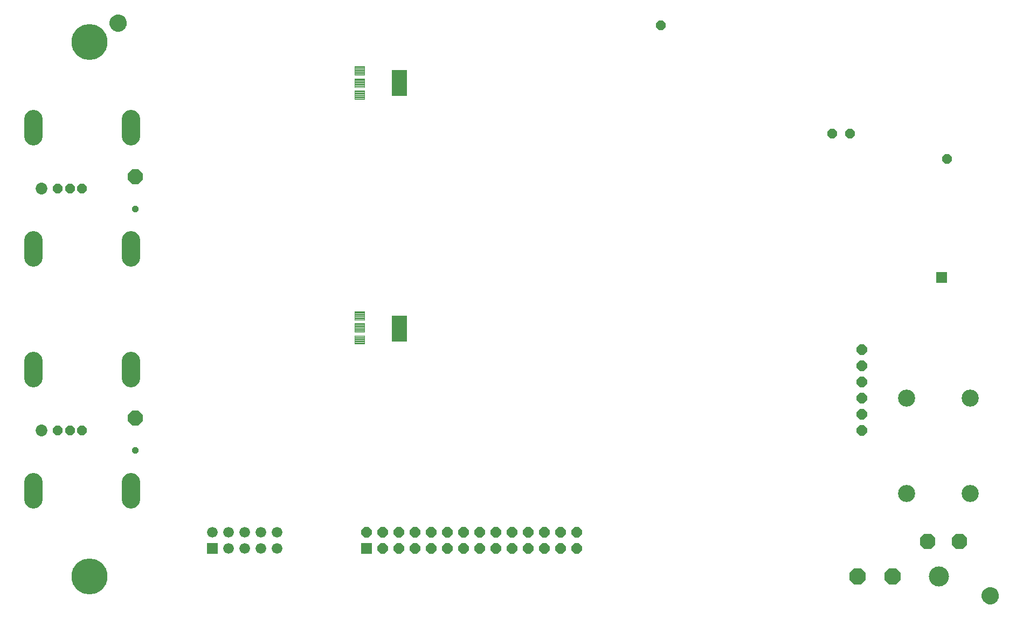
<source format=gbs>
G75*
%MOIN*%
%OFA0B0*%
%FSLAX25Y25*%
%IPPOS*%
%LPD*%
%AMOC8*
5,1,8,0,0,1.08239X$1,22.5*
%
%ADD10R,0.06500X0.06500*%
%ADD11R,0.09500X0.16000*%
%ADD12C,0.13198*%
%ADD13OC8,0.10293*%
%ADD14C,0.12411*%
%ADD15C,0.00500*%
%ADD16OC8,0.09655*%
%ADD17C,0.10600*%
%ADD18OC8,0.05915*%
%ADD19OC8,0.09200*%
%ADD20OC8,0.04143*%
%ADD21C,0.11238*%
%ADD22OC8,0.06506*%
%ADD23R,0.06506X0.06506*%
%ADD24R,0.06600X0.06600*%
%ADD25C,0.06600*%
%ADD26C,0.07293*%
%ADD27C,0.00457*%
%ADD28C,0.22254*%
D10*
X0757457Y0237533D03*
D11*
X0422207Y0205783D03*
X0422207Y0357783D03*
D12*
X0230514Y0383146D03*
X0230514Y0052437D03*
D13*
X0705554Y0052437D03*
X0727207Y0052437D03*
D14*
X0755948Y0052437D03*
D15*
X0782903Y0042336D02*
X0783271Y0043126D01*
X0783771Y0043840D01*
X0784387Y0044456D01*
X0785101Y0044956D01*
X0785891Y0045324D01*
X0786733Y0045550D01*
X0787601Y0045626D01*
X0788469Y0045550D01*
X0789311Y0045324D01*
X0790101Y0044956D01*
X0790815Y0044456D01*
X0791431Y0043840D01*
X0791931Y0043126D01*
X0792300Y0042336D01*
X0792525Y0041494D01*
X0792601Y0040626D01*
X0792525Y0039758D01*
X0792300Y0038916D01*
X0791931Y0038126D01*
X0791431Y0037412D01*
X0790815Y0036796D01*
X0790101Y0036296D01*
X0789311Y0035928D01*
X0788469Y0035702D01*
X0787601Y0035626D01*
X0786733Y0035702D01*
X0785891Y0035928D01*
X0785101Y0036296D01*
X0784387Y0036796D01*
X0783771Y0037412D01*
X0783271Y0038126D01*
X0782903Y0038916D01*
X0782677Y0039758D01*
X0782601Y0040626D01*
X0782677Y0041494D01*
X0782903Y0042336D01*
X0782879Y0042249D02*
X0792323Y0042249D01*
X0792456Y0041751D02*
X0782746Y0041751D01*
X0782656Y0041252D02*
X0792546Y0041252D01*
X0792590Y0040754D02*
X0782612Y0040754D01*
X0782633Y0040255D02*
X0792569Y0040255D01*
X0792525Y0039757D02*
X0782677Y0039757D01*
X0782811Y0039258D02*
X0792391Y0039258D01*
X0792227Y0038760D02*
X0782975Y0038760D01*
X0783208Y0038261D02*
X0791994Y0038261D01*
X0791677Y0037763D02*
X0783525Y0037763D01*
X0783919Y0037264D02*
X0791283Y0037264D01*
X0790772Y0036766D02*
X0784430Y0036766D01*
X0785163Y0036267D02*
X0790039Y0036267D01*
X0788718Y0035769D02*
X0786484Y0035769D01*
X0783095Y0042748D02*
X0792108Y0042748D01*
X0791847Y0043246D02*
X0783355Y0043246D01*
X0783704Y0043745D02*
X0791498Y0043745D01*
X0791028Y0044243D02*
X0784174Y0044243D01*
X0784795Y0044742D02*
X0790407Y0044742D01*
X0789492Y0045240D02*
X0785710Y0045240D01*
X0252561Y0392457D02*
X0252061Y0391743D01*
X0251445Y0391126D01*
X0250731Y0390627D01*
X0249941Y0390258D01*
X0249099Y0390033D01*
X0248231Y0389957D01*
X0247363Y0390033D01*
X0246521Y0390258D01*
X0245731Y0390627D01*
X0245017Y0391126D01*
X0244401Y0391743D01*
X0243901Y0392457D01*
X0243533Y0393247D01*
X0243307Y0394088D01*
X0243231Y0394957D01*
X0243307Y0395825D01*
X0243533Y0396667D01*
X0243901Y0397457D01*
X0244401Y0398171D01*
X0245017Y0398787D01*
X0245731Y0399287D01*
X0246521Y0399655D01*
X0247363Y0399881D01*
X0248231Y0399957D01*
X0249099Y0399881D01*
X0249941Y0399655D01*
X0250731Y0399287D01*
X0251445Y0398787D01*
X0252061Y0398171D01*
X0252561Y0397457D01*
X0252929Y0396667D01*
X0253155Y0395825D01*
X0253231Y0394957D01*
X0253155Y0394088D01*
X0252929Y0393247D01*
X0252561Y0392457D01*
X0252676Y0392703D02*
X0243786Y0392703D01*
X0243554Y0393201D02*
X0252908Y0393201D01*
X0253051Y0393700D02*
X0243411Y0393700D01*
X0243297Y0394198D02*
X0253165Y0394198D01*
X0253208Y0394697D02*
X0243254Y0394697D01*
X0243252Y0395195D02*
X0253210Y0395195D01*
X0253166Y0395694D02*
X0243295Y0395694D01*
X0243405Y0396192D02*
X0253057Y0396192D01*
X0252918Y0396691D02*
X0243544Y0396691D01*
X0243776Y0397189D02*
X0252686Y0397189D01*
X0252399Y0397688D02*
X0244063Y0397688D01*
X0244416Y0398186D02*
X0252046Y0398186D01*
X0251547Y0398685D02*
X0244915Y0398685D01*
X0245583Y0399183D02*
X0250879Y0399183D01*
X0249841Y0399682D02*
X0246620Y0399682D01*
X0244078Y0392204D02*
X0252384Y0392204D01*
X0252024Y0391706D02*
X0244438Y0391706D01*
X0244936Y0391207D02*
X0251526Y0391207D01*
X0250848Y0390709D02*
X0245614Y0390709D01*
X0246700Y0390210D02*
X0249762Y0390210D01*
D16*
X0748861Y0074091D03*
X0768546Y0074091D03*
D17*
X0775142Y0104006D03*
X0735772Y0104006D03*
X0735772Y0163061D03*
X0775142Y0163061D03*
D18*
X0760957Y0310783D03*
X0700957Y0326533D03*
X0689957Y0326533D03*
X0583957Y0393533D03*
X0225987Y0292594D03*
X0218487Y0292594D03*
X0210987Y0292594D03*
X0210987Y0142988D03*
X0218487Y0142988D03*
X0225987Y0142988D03*
D19*
X0258957Y0150533D03*
X0258957Y0299783D03*
D20*
X0258957Y0279783D03*
X0258957Y0130533D03*
D21*
X0195869Y0110906D02*
X0195869Y0100268D01*
X0256105Y0100268D02*
X0256105Y0110906D01*
X0256105Y0175268D02*
X0256105Y0185906D01*
X0195869Y0185906D02*
X0195869Y0175268D01*
X0195869Y0249874D02*
X0195869Y0260512D01*
X0256105Y0260512D02*
X0256105Y0249874D01*
X0256105Y0324874D02*
X0256105Y0335512D01*
X0195869Y0335512D02*
X0195869Y0324874D01*
D22*
X0401853Y0079996D03*
X0411853Y0079996D03*
X0421853Y0079996D03*
X0431853Y0079996D03*
X0441853Y0079996D03*
X0451853Y0079996D03*
X0461853Y0079996D03*
X0471853Y0079996D03*
X0481853Y0079996D03*
X0491853Y0079996D03*
X0501853Y0079996D03*
X0511853Y0079996D03*
X0521853Y0079996D03*
X0531853Y0079996D03*
X0531853Y0069996D03*
X0521853Y0069996D03*
X0511853Y0069996D03*
X0501853Y0069996D03*
X0491853Y0069996D03*
X0481853Y0069996D03*
X0471853Y0069996D03*
X0461853Y0069996D03*
X0451853Y0069996D03*
X0441853Y0069996D03*
X0431853Y0069996D03*
X0421853Y0069996D03*
X0411853Y0069996D03*
X0708207Y0142783D03*
X0708207Y0152783D03*
X0708207Y0162783D03*
X0708207Y0172783D03*
X0708207Y0182783D03*
X0708207Y0192783D03*
D23*
X0401853Y0069996D03*
D24*
X0306656Y0069996D03*
D25*
X0316656Y0069996D03*
X0326656Y0069996D03*
X0336656Y0069996D03*
X0346656Y0069996D03*
X0346656Y0079996D03*
X0336656Y0079996D03*
X0326656Y0079996D03*
X0316656Y0079996D03*
X0306656Y0079996D03*
D26*
X0200987Y0142988D03*
X0200987Y0292594D03*
D27*
X0394432Y0347922D02*
X0394432Y0353184D01*
X0400482Y0353184D01*
X0400482Y0347922D01*
X0394432Y0347922D01*
X0394432Y0348378D02*
X0400482Y0348378D01*
X0400482Y0348834D02*
X0394432Y0348834D01*
X0394432Y0349290D02*
X0400482Y0349290D01*
X0400482Y0349746D02*
X0394432Y0349746D01*
X0394432Y0350202D02*
X0400482Y0350202D01*
X0400482Y0350658D02*
X0394432Y0350658D01*
X0394432Y0351114D02*
X0400482Y0351114D01*
X0400482Y0351570D02*
X0394432Y0351570D01*
X0394432Y0352026D02*
X0400482Y0352026D01*
X0400482Y0352482D02*
X0394432Y0352482D01*
X0394432Y0352938D02*
X0400482Y0352938D01*
X0394432Y0355402D02*
X0394432Y0360664D01*
X0400482Y0360664D01*
X0400482Y0355402D01*
X0394432Y0355402D01*
X0394432Y0355858D02*
X0400482Y0355858D01*
X0400482Y0356314D02*
X0394432Y0356314D01*
X0394432Y0356770D02*
X0400482Y0356770D01*
X0400482Y0357226D02*
X0394432Y0357226D01*
X0394432Y0357682D02*
X0400482Y0357682D01*
X0400482Y0358138D02*
X0394432Y0358138D01*
X0394432Y0358594D02*
X0400482Y0358594D01*
X0400482Y0359050D02*
X0394432Y0359050D01*
X0394432Y0359506D02*
X0400482Y0359506D01*
X0400482Y0359962D02*
X0394432Y0359962D01*
X0394432Y0360418D02*
X0400482Y0360418D01*
X0394432Y0362883D02*
X0394432Y0368145D01*
X0400482Y0368145D01*
X0400482Y0362883D01*
X0394432Y0362883D01*
X0394432Y0363339D02*
X0400482Y0363339D01*
X0400482Y0363795D02*
X0394432Y0363795D01*
X0394432Y0364251D02*
X0400482Y0364251D01*
X0400482Y0364707D02*
X0394432Y0364707D01*
X0394432Y0365163D02*
X0400482Y0365163D01*
X0400482Y0365619D02*
X0394432Y0365619D01*
X0394432Y0366075D02*
X0400482Y0366075D01*
X0400482Y0366531D02*
X0394432Y0366531D01*
X0394432Y0366987D02*
X0400482Y0366987D01*
X0400482Y0367443D02*
X0394432Y0367443D01*
X0394432Y0367899D02*
X0400482Y0367899D01*
X0394432Y0216645D02*
X0394432Y0211383D01*
X0394432Y0216645D02*
X0400482Y0216645D01*
X0400482Y0211383D01*
X0394432Y0211383D01*
X0394432Y0211839D02*
X0400482Y0211839D01*
X0400482Y0212295D02*
X0394432Y0212295D01*
X0394432Y0212751D02*
X0400482Y0212751D01*
X0400482Y0213207D02*
X0394432Y0213207D01*
X0394432Y0213663D02*
X0400482Y0213663D01*
X0400482Y0214119D02*
X0394432Y0214119D01*
X0394432Y0214575D02*
X0400482Y0214575D01*
X0400482Y0215031D02*
X0394432Y0215031D01*
X0394432Y0215487D02*
X0400482Y0215487D01*
X0400482Y0215943D02*
X0394432Y0215943D01*
X0394432Y0216399D02*
X0400482Y0216399D01*
X0394432Y0209164D02*
X0394432Y0203902D01*
X0394432Y0209164D02*
X0400482Y0209164D01*
X0400482Y0203902D01*
X0394432Y0203902D01*
X0394432Y0204358D02*
X0400482Y0204358D01*
X0400482Y0204814D02*
X0394432Y0204814D01*
X0394432Y0205270D02*
X0400482Y0205270D01*
X0400482Y0205726D02*
X0394432Y0205726D01*
X0394432Y0206182D02*
X0400482Y0206182D01*
X0400482Y0206638D02*
X0394432Y0206638D01*
X0394432Y0207094D02*
X0400482Y0207094D01*
X0400482Y0207550D02*
X0394432Y0207550D01*
X0394432Y0208006D02*
X0400482Y0208006D01*
X0400482Y0208462D02*
X0394432Y0208462D01*
X0394432Y0208918D02*
X0400482Y0208918D01*
X0394432Y0201684D02*
X0394432Y0196422D01*
X0394432Y0201684D02*
X0400482Y0201684D01*
X0400482Y0196422D01*
X0394432Y0196422D01*
X0394432Y0196878D02*
X0400482Y0196878D01*
X0400482Y0197334D02*
X0394432Y0197334D01*
X0394432Y0197790D02*
X0400482Y0197790D01*
X0400482Y0198246D02*
X0394432Y0198246D01*
X0394432Y0198702D02*
X0400482Y0198702D01*
X0400482Y0199158D02*
X0394432Y0199158D01*
X0394432Y0199614D02*
X0400482Y0199614D01*
X0400482Y0200070D02*
X0394432Y0200070D01*
X0394432Y0200526D02*
X0400482Y0200526D01*
X0400482Y0200982D02*
X0394432Y0200982D01*
X0394432Y0201438D02*
X0400482Y0201438D01*
D28*
X0230514Y0052437D03*
X0230514Y0383146D03*
M02*

</source>
